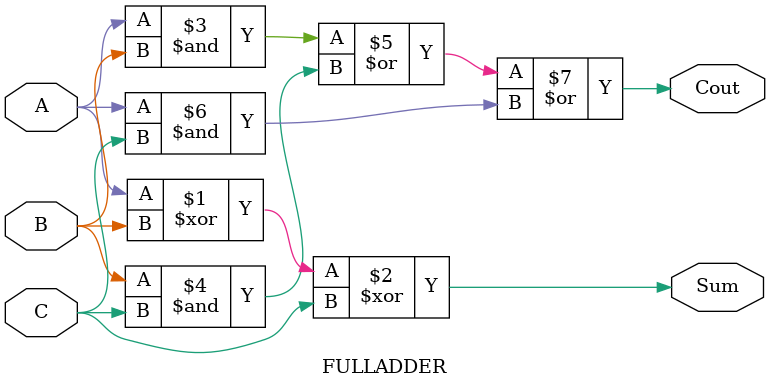
<source format=v>
`timescale 1ns / 1ps


module FULLADDER(
    input A,
    input B,
    input C,
    output Cout,
    output Sum
    );
    
    assign Sum= A^B^C;
    assign Cout= A&B | B&C | A&C;
endmodule

</source>
